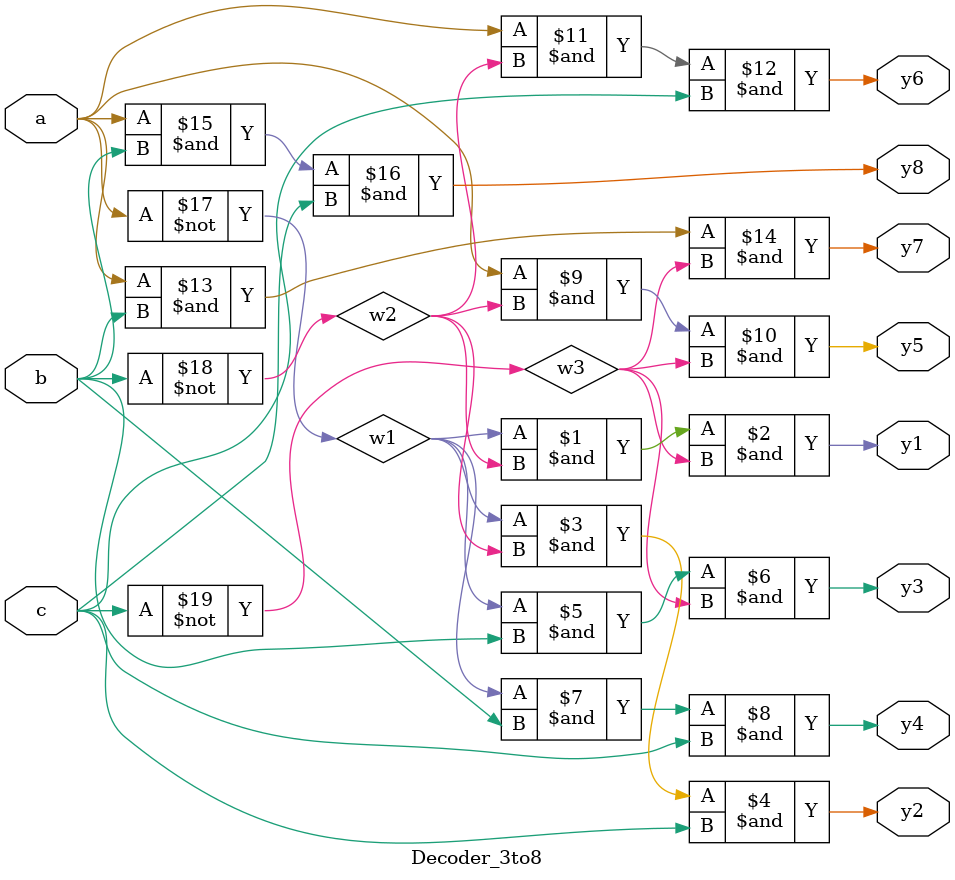
<source format=v>
`timescale 1ns / 1ps
module Decoder_3to8(
    input a,
    input b,
    input c,
    output y1,
    output y2,
    output y3,
    output y4,
    output y5,
    output y6,
    output y7,
    output y8
    );
	 
	 wire w1,w2,w3;
	 not(w1,a);
	 not(w2,b);
	 not(w3,c);
	 and(y1,w1,w2,w3);
	 and(y2,w1,w2,c);
	 and(y3,w1,b,w3);
	 and(y4,w1,b,c);
	 and(y5,a,w2,w3);
	 and(y6,a,w2,c);
	 and(y7,a,b,w3);
	 and(y8,a,b,c);


endmodule

</source>
